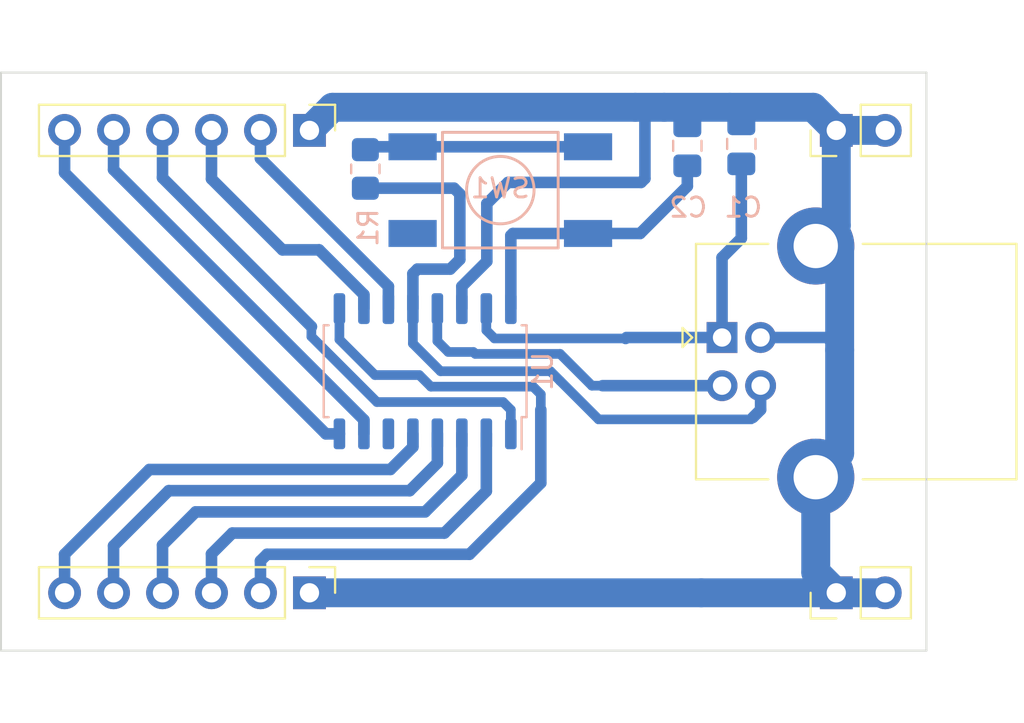
<source format=kicad_pcb>
(kicad_pcb (version 20211014) (generator pcbnew)
  (layers (0 "F.Cu" signal) (31 "B.Cu" signal) (34 "B.Paste" user) (35 "F.Paste" user) (36 "B.SilkS" user "B.Silkscreen") (37 "F.SilkS" user "F.Silkscreen") (38 "B.Mask" user) (39 "F.Mask" user) (44 "Edge.Cuts" user))
  (net 0 "")
  (net 1 "VCC")
  (net 2 "GND")
  (net 3 "V33")
  (net 4 "Net-(R1-Pad1)")
  (net 5 "P32")
  (net 6 "P14")
  (net 7 "P15")
  (net 8 "P16")
  (net 9 "P17")
  (net 10 "RST")
  (net 11 "P31")
  (net 12 "P30")
  (net 13 "P11")
  (net 14 "P33")
  (net 15 "P34")
  (net 16 "Net-(J3-Pad2)")
  (net 17 "Net-(J3-Pad3)")
  (footprint "Connector_PinHeader_2.54mm:PinHeader_1x02_P2.54mm_Vertical" (layer "F.Cu") (at 91.325 88 90)
    (fp_text reference "J5" hide)
    (fp_text value "Conn_01x02_Male" hide)
    (fp_line (start -1.33 3.87) (end 1.33 3.87) (layer "F.SilkS") (width 0.12))
    (fp_line (start -1.33 -1.33) (end 0 -1.33) (layer "F.SilkS") (width 0.12))
    (fp_line (start -1.33 1.27) (end -1.33 3.87) (layer "F.SilkS") (width 0.12))
    (fp_line (start 1.33 1.27) (end 1.33 3.87) (layer "F.SilkS") (width 0.12))
    (fp_line (start -1.33 0) (end -1.33 -1.33) (layer "F.SilkS") (width 0.12))
    (fp_line (start -1.33 1.27) (end 1.33 1.27) (layer "F.SilkS") (width 0.12))
    (pad "1" thru_hole rect locked (at 0 0 90) (size 1.7 1.7) (drill 1) (layers *.Cu *.Mask) (net 2 "GND"))
    (pad "2" thru_hole oval locked (at 0 2.54 90) (size 1.7 1.7) (drill 1) (layers *.Cu *.Mask) (net 2 "GND"))
  )
  (footprint "Connector_PinHeader_2.54mm:PinHeader_1x06_P2.54mm_Vertical" (layer "F.Cu") (at 64 64 -90)
    (fp_text reference "J1" hide)
    (fp_text value "Conn_01x06_Male")
    (fp_line (start -1.33 -1.33) (end 0 -1.33) (layer "F.SilkS") (width 0.12))
    (fp_line (start 1.33 1.27) (end 1.33 14.03) (layer "F.SilkS") (width 0.12))
    (fp_line (start -1.33 0) (end -1.33 -1.33) (layer "F.SilkS") (width 0.12))
    (fp_line (start -1.33 1.27) (end -1.33 14.03) (layer "F.SilkS") (width 0.12))
    (fp_line (start -1.33 14.03) (end 1.33 14.03) (layer "F.SilkS") (width 0.12))
    (fp_line (start -1.33 1.27) (end 1.33 1.27) (layer "F.SilkS") (width 0.12))
    (pad "1" thru_hole rect locked (at 0 0 270) (size 1.7 1.7) (drill 1) (layers *.Cu *.Mask) (net 2 "GND"))
    (pad "2" thru_hole oval locked (at 0 2.54 270) (size 1.7 1.7) (drill 1) (layers *.Cu *.Mask) (net 15 "P34"))
    (pad "3" thru_hole oval locked (at 0 5.08 270) (size 1.7 1.7) (drill 1) (layers *.Cu *.Mask) (net 14 "P33"))
    (pad "4" thru_hole oval locked (at 0 7.62 270) (size 1.7 1.7) (drill 1) (layers *.Cu *.Mask) (net 5 "P32"))
    (pad "5" thru_hole oval locked (at 0 10.16 270) (size 1.7 1.7) (drill 1) (layers *.Cu *.Mask) (net 11 "P31"))
    (pad "6" thru_hole oval locked (at 0 12.7 270) (size 1.7 1.7) (drill 1) (layers *.Cu *.Mask) (net 12 "P30"))
  )
  (footprint "Connector_PinHeader_2.54mm:PinHeader_1x06_P2.54mm_Vertical" (layer "F.Cu") (at 64 88 -90)
    (fp_text reference "J2" hide)
    (fp_text value "Conn_01x06_Male")
    (fp_line (start 1.33 1.27) (end 1.33 14.03) (layer "F.SilkS") (width 0.12))
    (fp_line (start -1.33 -1.33) (end 0 -1.33) (layer "F.SilkS") (width 0.12))
    (fp_line (start -1.33 14.03) (end 1.33 14.03) (layer "F.SilkS") (width 0.12))
    (fp_line (start -1.33 1.27) (end -1.33 14.03) (layer "F.SilkS") (width 0.12))
    (fp_line (start -1.33 1.27) (end 1.33 1.27) (layer "F.SilkS") (width 0.12))
    (fp_line (start -1.33 0) (end -1.33 -1.33) (layer "F.SilkS") (width 0.12))
    (pad "1" thru_hole rect locked (at 0 0 270) (size 1.7 1.7) (drill 1) (layers *.Cu *.Mask) (net 2 "GND"))
    (pad "2" thru_hole oval locked (at 0 2.54 270) (size 1.7 1.7) (drill 1) (layers *.Cu *.Mask) (net 13 "P11"))
    (pad "3" thru_hole oval locked (at 0 5.08 270) (size 1.7 1.7) (drill 1) (layers *.Cu *.Mask) (net 6 "P14"))
    (pad "4" thru_hole oval locked (at 0 7.62 270) (size 1.7 1.7) (drill 1) (layers *.Cu *.Mask) (net 7 "P15"))
    (pad "5" thru_hole oval locked (at 0 10.16 270) (size 1.7 1.7) (drill 1) (layers *.Cu *.Mask) (net 8 "P16"))
    (pad "6" thru_hole oval locked (at 0 12.7 270) (size 1.7 1.7) (drill 1) (layers *.Cu *.Mask) (net 9 "P17"))
  )
  (footprint "Connector_PinHeader_2.54mm:PinHeader_1x02_P2.54mm_Vertical" (layer "F.Cu") (at 91.325 64 90)
    (fp_text reference "J4" hide)
    (fp_text value "Conn_01x02_Male" hide)
    (fp_line (start -1.33 3.87) (end 1.33 3.87) (layer "F.SilkS") (width 0.12))
    (fp_line (start -1.33 0) (end -1.33 -1.33) (layer "F.SilkS") (width 0.12))
    (fp_line (start -1.33 1.27) (end -1.33 3.87) (layer "F.SilkS") (width 0.12))
    (fp_line (start -1.33 1.27) (end 1.33 1.27) (layer "F.SilkS") (width 0.12))
    (fp_line (start 1.33 1.27) (end 1.33 3.87) (layer "F.SilkS") (width 0.12))
    (fp_line (start -1.33 -1.33) (end 0 -1.33) (layer "F.SilkS") (width 0.12))
    (pad "1" thru_hole rect locked (at 0 0 90) (size 1.7 1.7) (drill 1) (layers *.Cu *.Mask) (net 2 "GND"))
    (pad "2" thru_hole oval locked (at 0 2.54 90) (size 1.7 1.7) (drill 1) (layers *.Cu *.Mask) (net 2 "GND"))
  )
  (footprint "Connector_USB:USB_B_Lumberg_2411_02_Horizontal" (layer "F.Cu") (at 85.4 74.75)
    (fp_text reference "J3" hide)
    (fp_text value "USB_B")
    (fp_line (start -1.35 -4.86) (end 2.4 -4.86) (layer "F.SilkS") (width 0.12))
    (fp_line (start -1.55 0) (end -2.05 -0.5) (layer "F.SilkS") (width 0.12))
    (fp_line (start 15.27 -4.86) (end 7.3 -4.86) (layer "F.SilkS") (width 0.12))
    (fp_line (start -1.35 7.36) (end -1.35 -4.86) (layer "F.SilkS") (width 0.12))
    (fp_line (start -1.35 7.36) (end 2.4 7.36) (layer "F.SilkS") (width 0.12))
    (fp_line (start 15.27 7.36) (end 15.27 -4.86) (layer "F.SilkS") (width 0.12))
    (fp_line (start -2.05 0.5) (end -1.55 0) (layer "F.SilkS") (width 0.12))
    (fp_line (start -2.05 -0.5) (end -2.05 0.5) (layer "F.SilkS") (width 0.12))
    (fp_line (start 15.27 7.36) (end 7.3 7.36) (layer "F.SilkS") (width 0.12))
    (pad "1" thru_hole rect locked (at 0 0 90) (size 1.6 1.6) (drill 0.95) (layers *.Cu *.Mask) (net 1 "VCC"))
    (pad "2" thru_hole circle locked (at 0 2.5 90) (size 1.6 1.6) (drill 0.95) (layers *.Cu *.Mask) (net 16 "Net-(J3-Pad2)"))
    (pad "3" thru_hole circle locked (at 2 2.5 90) (size 1.6 1.6) (drill 0.95) (layers *.Cu *.Mask) (net 17 "Net-(J3-Pad3)"))
    (pad "4" thru_hole circle locked (at 2 0 90) (size 1.6 1.6) (drill 0.95) (layers *.Cu *.Mask) (net 2 "GND"))
    (pad "5" thru_hole circle locked (at 4.86 7.25 90) (size 4 4) (drill 2.3) (layers *.Cu *.Mask) (net 2 "GND"))
    (pad "5" thru_hole circle locked (at 4.86 -4.75 90) (size 4 4) (drill 2.3) (layers *.Cu *.Mask) (net 2 "GND"))
  )
  (footprint "Capacitor_SMD:C_0805_2012Metric_Pad1.18x1.45mm_HandSolder" (layer "B.Cu") (at 86.4 64.7 90)
    (fp_text reference "C1" (at -3.3 0.1 180) (layer "B.SilkS") (effects (justify mirror)))
    (fp_text value "C")
    (fp_line (start -0.261252 -0.735) (end 0.261252 -0.735) (layer "B.SilkS") (width 0.12))
    (fp_line (start -0.261252 0.735) (end 0.261252 0.735) (layer "B.SilkS") (width 0.12))
    (pad "1" smd roundrect locked (at -1.0375 0 90) (size 1.175 1.45) (layers "B.Cu" "B.Paste" "B.Mask") (roundrect_rratio 0.212766) (net 1 "VCC"))
    (pad "2" smd roundrect locked (at 1.0375 0 90) (size 1.175 1.45) (layers "B.Cu" "B.Paste" "B.Mask") (roundrect_rratio 0.212766) (net 2 "GND"))
  )
  (footprint "Resistor_SMD:R_0805_2012Metric_Pad1.20x1.40mm_HandSolder" (layer "B.Cu") (at 66.9 66 -90)
    (fp_text reference "R1" (at 3.05 -0.15 90) (layer "B.SilkS") (effects (justify mirror)))
    (fp_text value "R")
    (fp_line (start -0.227064 0.735) (end 0.227064 0.735) (layer "B.SilkS") (width 0.12))
    (fp_line (start -0.227064 -0.735) (end 0.227064 -0.735) (layer "B.SilkS") (width 0.12))
    (pad "1" smd roundrect locked (at -1 0 270) (size 1.2 1.4) (layers "B.Cu" "B.Paste" "B.Mask") (roundrect_rratio 0.208333) (net 4 "Net-(R1-Pad1)"))
    (pad "2" smd roundrect locked (at 1 0 270) (size 1.2 1.4) (layers "B.Cu" "B.Paste" "B.Mask") (roundrect_rratio 0.208333) (net 17 "Net-(J3-Pad3)"))
  )
  (footprint "Package_SO:SOP-16_4.55x10.3mm_P1.27mm" (layer "B.Cu") (at 70 76.5 90)
    (fp_text reference "U1" (at 0 6.1 270) (layer "B.SilkS") (effects (justify mirror)))
    (fp_text value "CH552G")
    (fp_line (start 0 5.26) (end 2.385 5.26) (layer "B.SilkS") (width 0.12))
    (fp_line (start 2.385 -5.26) (end 2.385 -5.005) (layer "B.SilkS") (width 0.12))
    (fp_line (start -2.385 -5.26) (end -2.385 -5.005) (layer "B.SilkS") (width 0.12))
    (fp_line (start 0 5.26) (end -2.385 5.26) (layer "B.SilkS") (width 0.12))
    (fp_line (start 0 -5.26) (end -2.385 -5.26) (layer "B.SilkS") (width 0.12))
    (fp_line (start 0 -5.26) (end 2.385 -5.26) (layer "B.SilkS") (width 0.12))
    (fp_line (start -2.385 5.005) (end -4.05 5.005) (layer "B.SilkS") (width 0.12))
    (fp_line (start 2.385 5.26) (end 2.385 5.005) (layer "B.SilkS") (width 0.12))
    (fp_line (start -2.385 5.26) (end -2.385 5.005) (layer "B.SilkS") (width 0.12))
    (pad "1" smd roundrect locked (at -3.25 4.445 90) (size 1.6 0.6) (layers "B.Cu" "B.Paste" "B.Mask") (net 5 "P32"))
    (pad "2" smd roundrect locked (at -3.25 3.175 90) (size 1.6 0.6) (layers "B.Cu" "B.Paste" "B.Mask") (net 6 "P14"))
    (pad "3" smd roundrect locked (at -3.25 1.905 90) (size 1.6 0.6) (layers "B.Cu" "B.Paste" "B.Mask") (net 7 "P15"))
    (pad "4" smd roundrect locked (at -3.25 0.635 90) (size 1.6 0.6) (layers "B.Cu" "B.Paste" "B.Mask") (net 8 "P16"))
    (pad "5" smd roundrect locked (at -3.25 -0.635 90) (size 1.6 0.6) (layers "B.Cu" "B.Paste" "B.Mask") (net 9 "P17"))
    (pad "6" smd roundrect locked (at -3.25 -1.905 90) (size 1.6 0.6) (layers "B.Cu" "B.Paste" "B.Mask") (net 10 "RST"))
    (pad "7" smd roundrect locked (at -3.25 -3.175 90) (size 1.6 0.6) (layers "B.Cu" "B.Paste" "B.Mask") (net 11 "P31"))
    (pad "8" smd roundrect locked (at -3.25 -4.445 90) (size 1.6 0.6) (layers "B.Cu" "B.Paste" "B.Mask") (net 12 "P30"))
    (pad "9" smd roundrect locked (at 3.25 -4.445 90) (size 1.6 0.6) (layers "B.Cu" "B.Paste" "B.Mask") (net 13 "P11"))
    (pad "10" smd roundrect locked (at 3.25 -3.175 90) (size 1.6 0.6) (layers "B.Cu" "B.Paste" "B.Mask") (net 14 "P33"))
    (pad "11" smd roundrect locked (at 3.25 -1.905 90) (size 1.6 0.6) (layers "B.Cu" "B.Paste" "B.Mask") (net 15 "P34"))
    (pad "12" smd roundrect locked (at 3.25 -0.635 90) (size 1.6 0.6) (layers "B.Cu" "B.Paste" "B.Mask") (net 17 "Net-(J3-Pad3)"))
    (pad "13" smd roundrect locked (at 3.25 0.635 90) (size 1.6 0.6) (layers "B.Cu" "B.Paste" "B.Mask") (net 16 "Net-(J3-Pad2)"))
    (pad "14" smd roundrect locked (at 3.25 1.905 90) (size 1.6 0.6) (layers "B.Cu" "B.Paste" "B.Mask") (net 2 "GND"))
    (pad "15" smd roundrect locked (at 3.25 3.175 90) (size 1.6 0.6) (layers "B.Cu" "B.Paste" "B.Mask") (net 1 "VCC"))
    (pad "16" smd roundrect locked (at 3.25 4.445 90) (size 1.6 0.6) (layers "B.Cu" "B.Paste" "B.Mask") (net 3 "V33"))
  )
  (footprint "Capacitor_SMD:C_0805_2012Metric_Pad1.18x1.45mm_HandSolder" (layer "B.Cu") (at 83.6 64.8 90)
    (fp_text reference "C2" (at -3.2 0.05 180) (layer "B.SilkS") (effects (justify mirror)))
    (fp_text value "C")
    (fp_line (start -0.261252 0.735) (end 0.261252 0.735) (layer "B.SilkS") (width 0.12))
    (fp_line (start -0.261252 -0.735) (end 0.261252 -0.735) (layer "B.SilkS") (width 0.12))
    (pad "1" smd roundrect locked (at -1.0375 0 90) (size 1.175 1.45) (layers "B.Cu" "B.Paste" "B.Mask") (roundrect_rratio 0.212766) (net 3 "V33"))
    (pad "2" smd roundrect locked (at 1.0375 0 90) (size 1.175 1.45) (layers "B.Cu" "B.Paste" "B.Mask") (roundrect_rratio 0.212766) (net 2 "GND"))
  )
  (footprint "LED_NEW:SWT-6M" (layer "B.Cu") (at 73.9 67.1)
    (fp_text reference "SW1" (at 0 -0.1) (layer "B.SilkS") (effects (justify mirror)))
    (fp_text value "SW_Push" hide)
    (fp_line (start 3 3) (end 3 -3) (layer "B.SilkS") (width 0.15))
    (fp_line (start 3 -3) (end -3 -3) (layer "B.SilkS") (width 0.15))
    (fp_line (start -3 -3) (end -3 3) (layer "B.SilkS") (width 0.15))
    (fp_line (start -3 3) (end 0 3) (layer "B.SilkS") (width 0.15))
    (fp_line (start 0 3) (end 3 3) (layer "B.SilkS") (width 0.15))
    (fp_circle (center 0 0) (end 1.75 0) (layer "B.SilkS") (width 0.15) (fill none))
    (pad "1" smd rect locked (at 4.55 2.25) (size 2.5 1.4) (layers "B.Cu" "B.Paste" "B.Mask") (net 3 "V33"))
    (pad "1" smd rect locked (at -4.55 2.25) (size 2.5 1.4) (layers "B.Cu" "B.Paste" "B.Mask") (net 3 "V33"))
    (pad "2" smd rect locked (at -4.55 -2.25) (size 2.5 1.4) (layers "B.Cu" "B.Paste" "B.Mask") (net 4 "Net-(R1-Pad1)"))
    (pad "2" smd rect locked (at 4.55 -2.25) (size 2.5 1.4) (layers "B.Cu" "B.Paste" "B.Mask") (net 4 "Net-(R1-Pad1)"))
  )
  (gr_line (start 96 91) (end 48 91) (layer "Edge.Cuts") (width 0.1))
  (gr_line (start 48 61) (end 96 61) (layer "Edge.Cuts") (width 0.1))
  (gr_line (start 96 61) (end 96 91) (layer "Edge.Cuts") (width 0.1))
  (gr_line (start 48 91) (end 48 61) (layer "Edge.Cuts") (width 0.1))
  (segment (start 86.4 69.6) (end 86.4 65.7375) (width 0.6) (layer "B.Cu") (net 1))
  (segment (start 80.45 74.75) (end 80.4 74.8) (width 0.6) (layer "B.Cu") (net 1))
  (segment (start 85.4 70.6) (end 86.4 69.6) (width 0.6) (layer "B.Cu") (net 1))
  (segment (start 73.175 73.35) (end 73.175 74.375) (width 0.5) (layer "B.Cu") (net 1))
  (segment (start 73.175 74.375) (end 73.6 74.8) (width 0.5) (layer "B.Cu") (net 1))
  (segment (start 85.4 74.75) (end 80.45 74.75) (width 0.6) (layer "B.Cu") (net 1))
  (segment (start 85.4 74.75) (end 85.4 70.6) (width 0.6) (layer "B.Cu") (net 1))
  (segment (start 73.6 74.8) (end 80.4 74.8) (width 0.5) (layer "B.Cu") (net 1))
  (segment (start 85.8 62.8) (end 90.125 62.8) (width 1.5) (layer "B.Cu") (net 2))
  (segment (start 91.325 68.935) (end 90.26 70) (width 1.5) (layer "B.Cu") (net 2))
  (segment (start 91.5 75.4) (end 91.5 80.76) (width 1.5) (layer "B.Cu") (net 2))
  (segment (start 90.26 82) (end 90.26 86.935) (width 1.5) (layer "B.Cu") (net 2))
  (segment (start 91.325 64) (end 91.325 68.935) (width 1.5) (layer "B.Cu") (net 2))
  (segment (start 81.2 66.7) (end 81.4 66.5) (width 0.6) (layer "B.Cu") (net 2))
  (segment (start 81.4 66.5) (end 81.4 63.3) (width 0.6) (layer "B.Cu") (net 2))
  (segment (start 82.4 62.8) (end 85.8 62.8) (width 1.5) (layer "B.Cu") (net 2))
  (segment (start 73.2 67.8) (end 74.3 66.7) (width 0.6) (layer "B.Cu") (net 2))
  (segment (start 91.4 70) (end 91.5 70.1) (width 1.5) (layer "B.Cu") (net 2))
  (segment (start 73.2 70.8) (end 73.2 67.8) (width 0.6) (layer "B.Cu") (net 2))
  (segment (start 90.26 86.935) (end 91.325 88) (width 1.5) (layer "B.Cu") (net 2))
  (segment (start 91.325 64) (end 93.865 64) (width 1.5) (layer "B.Cu") (net 2))
  (segment (start 90.85 74.75) (end 91.5 75.4) (width 0.6) (layer "B.Cu") (net 2))
  (segment (start 65.2 62.8) (end 80.9 62.8) (width 1.5) (layer "B.Cu") (net 2))
  (segment (start 91.5 70.1) (end 91.5 75.4) (width 1.5) (layer "B.Cu") (net 2))
  (segment (start 90.26 70) (end 91.4 70) (width 1.5) (layer "B.Cu") (net 2))
  (segment (start 81.4 63.3) (end 80.9 62.8) (width 0.6) (layer "B.Cu") (net 2))
  (segment (start 71.905 72.095) (end 73.2 70.8) (width 0.6) (layer "B.Cu") (net 2))
  (segment (start 84.325 88) (end 64 88) (width 1.5) (layer "B.Cu") (net 2))
  (segment (start 87.4 74.75) (end 90.85 74.75) (width 0.6) (layer "B.Cu") (net 2))
  (segment (start 74.3 66.7) (end 81.2 66.7) (width 0.6) (layer "B.Cu") (net 2))
  (segment (start 80.9 62.8) (end 82.4 62.8) (width 1.5) (layer "B.Cu") (net 2))
  (segment (start 86.4 63.6625) (end 86.4 63.4) (width 0.6) (layer "B.Cu") (net 2))
  (segment (start 93.865 88) (end 91.325 88) (width 1.5) (layer "B.Cu") (net 2))
  (segment (start 64 64) (end 65.2 62.8) (width 1.5) (layer "B.Cu") (net 2))
  (segment (start 86.4 63.4) (end 85.8 62.8) (width 0.6) (layer "B.Cu") (net 2))
  (segment (start 90.125 62.8) (end 91.325 64) (width 1.5) (layer "B.Cu") (net 2))
  (segment (start 71.905 73.25) (end 71.905 72.095) (width 0.6) (layer "B.Cu") (net 2))
  (segment (start 91.5 80.76) (end 90.26 82) (width 1.5) (layer "B.Cu") (net 2))
  (segment (start 91.325 88) (end 84.325 88) (width 1.5) (layer "B.Cu") (net 2))
  (segment (start 74.445 69.455) (end 74.55 69.35) (width 0.6) (layer "B.Cu") (net 3))
  (segment (start 74.445 73.25) (end 74.445 69.455) (width 0.6) (layer "B.Cu") (net 3))
  (segment (start 81.15 69.35) (end 78.45 69.35) (width 0.6) (layer "B.Cu") (net 3))
  (segment (start 74.55 69.35) (end 78.45 69.35) (width 0.6) (layer "B.Cu") (net 3))
  (segment (start 83.6 66.9) (end 81.15 69.35) (width 0.6) (layer "B.Cu") (net 3))
  (segment (start 83.6 65.8375) (end 83.6 66.9) (width 0.6) (layer "B.Cu") (net 3))
  (segment (start 69.35 64.85) (end 67.05 64.85) (width 0.6) (layer "B.Cu") (net 4))
  (segment (start 67.05 64.85) (end 66.9 65) (width 0.6) (layer "B.Cu") (net 4))
  (segment (start 78.45 64.85) (end 69.35 64.85) (width 0.6) (layer "B.Cu") (net 4))
  (segment (start 74.445 78.5) (end 74.045 78.1) (width 0.5) (layer "B.Cu") (net 5))
  (segment (start 56.38 66.420032) (end 56.38 66.38) (width 0.5) (layer "B.Cu") (net 5))
  (segment (start 56.38 66.38) (end 56.38 64) (width 0.6) (layer "B.Cu") (net 5))
  (segment (start 64.1 74.184654) (end 64.1 74.2) (width 0.6) (layer "B.Cu") (net 5))
  (segment (start 64.1 74.7) (end 64.1 74.2) (width 0.5) (layer "B.Cu") (net 5))
  (segment (start 56.38 66.464654) (end 64.1 74.184654) (width 0.6) (layer "B.Cu") (net 5))
  (segment (start 74.445 79.75) (end 74.445 78.5) (width 0.5) (layer "B.Cu") (net 5))
  (segment (start 67.5 78.1) (end 64.1 74.7) (width 0.5) (layer "B.Cu") (net 5))
  (segment (start 56.38 66.420032) (end 56.38 66.464654) (width 0.6) (layer "B.Cu") (net 5))
  (segment (start 74.045 78.1) (end 67.5 78.1) (width 0.5) (layer "B.Cu") (net 5))
  (segment (start 73.175 79.75) (end 73.175 82.725) (width 0.6) (layer "B.Cu") (net 6))
  (segment (start 60 84.9) (end 58.92 85.98) (width 0.6) (layer "B.Cu") (net 6))
  (segment (start 73.175 82.725) (end 71 84.9) (width 0.6) (layer "B.Cu") (net 6))
  (segment (start 58.92 85.98) (end 58.92 88) (width 0.6) (layer "B.Cu") (net 6))
  (segment (start 71 84.9) (end 60 84.9) (width 0.6) (layer "B.Cu") (net 6))
  (segment (start 56.38 85.52) (end 56.38 88) (width 0.6) (layer "B.Cu") (net 7))
  (segment (start 71.905 79.75) (end 71.905 81.895) (width 0.6) (layer "B.Cu") (net 7))
  (segment (start 70 83.8) (end 58.1 83.8) (width 0.6) (layer "B.Cu") (net 7))
  (segment (start 71.905 81.895) (end 70 83.8) (width 0.6) (layer "B.Cu") (net 7))
  (segment (start 58.1 83.8) (end 56.38 85.52) (width 0.6) (layer "B.Cu") (net 7))
  (segment (start 69.2 82.7) (end 56.7 82.7) (width 0.6) (layer "B.Cu") (net 8))
  (segment (start 56.7 82.7) (end 53.84 85.56) (width 0.6) (layer "B.Cu") (net 8))
  (segment (start 53.84 85.56) (end 53.84 88) (width 0.6) (layer "B.Cu") (net 8))
  (segment (start 70.635 81.265) (end 69.2 82.7) (width 0.6) (layer "B.Cu") (net 8))
  (segment (start 70.635 79.75) (end 70.635 81.265) (width 0.6) (layer "B.Cu") (net 8))
  (segment (start 69.365 80.435) (end 68.2 81.6) (width 0.6) (layer "B.Cu") (net 9))
  (segment (start 51.3 86) (end 51.3 88) (width 0.6) (layer "B.Cu") (net 9))
  (segment (start 69.365 79.75) (end 69.365 80.435) (width 0.6) (layer "B.Cu") (net 9))
  (segment (start 68.2 81.6) (end 55.7 81.6) (width 0.6) (layer "B.Cu") (net 9))
  (segment (start 55.7 81.6) (end 51.3 86) (width 0.6) (layer "B.Cu") (net 9))
  (segment (start 53.84 66.04) (end 66.825 79.025) (width 0.6) (layer "B.Cu") (net 11))
  (segment (start 53.84 64) (end 53.84 66.04) (width 0.6) (layer "B.Cu") (net 11))
  (segment (start 66.825 79.025) (end 66.825 79.75) (width 0.6) (layer "B.Cu") (net 11))
  (segment (start 65.555 79.75) (end 64.85 79.75) (width 0.6) (layer "B.Cu") (net 12))
  (segment (start 64.85 79.75) (end 51.3 66.2) (width 0.6) (layer "B.Cu") (net 12))
  (segment (start 51.3 66.2) (end 51.3 64) (width 0.6) (layer "B.Cu") (net 12))
  (segment (start 70.3 77.3) (end 75.6 77.3) (width 0.5) (layer "B.Cu") (net 13))
  (segment (start 61.46 86.34) (end 61.8 86) (width 0.6) (layer "B.Cu") (net 13))
  (segment (start 75.6 77.3) (end 76 77.7) (width 0.5) (layer "B.Cu") (net 13))
  (segment (start 76 77.7) (end 76 78.5) (width 0.5) (layer "B.Cu") (net 13))
  (segment (start 69.699511 76.699511) (end 70.3 77.3) (width 0.5) (layer "B.Cu") (net 13))
  (segment (start 65.555 74.855) (end 67.399511 76.699511) (width 0.5) (layer "B.Cu") (net 13))
  (segment (start 61.46 88) (end 61.46 86.34) (width 0.6) (layer "B.Cu") (net 13))
  (segment (start 72.3 86) (end 76 82.3) (width 0.6) (layer "B.Cu") (net 13))
  (segment (start 76 82.3) (end 76 78.5) (width 0.6) (layer "B.Cu") (net 13))
  (segment (start 65.555 73.25) (end 65.555 74.855) (width 0.5) (layer "B.Cu") (net 13))
  (segment (start 67.399511 76.699511) (end 69.699511 76.699511) (width 0.5) (layer "B.Cu") (net 13))
  (segment (start 61.8 86) (end 72.3 86) (width 0.6) (layer "B.Cu") (net 13))
  (segment (start 64.5 70.2) (end 62.6 70.2) (width 0.6) (layer "B.Cu") (net 14))
  (segment (start 58.92 66.52) (end 58.92 64) (width 0.6) (layer "B.Cu") (net 14))
  (segment (start 62.6 70.2) (end 58.92 66.52) (width 0.6) (layer "B.Cu") (net 14))
  (segment (start 66.825 72.525) (end 64.5 70.2) (width 0.6) (layer "B.Cu") (net 14))
  (segment (start 66.825 73.25) (end 66.825 72.525) (width 0.6) (layer "B.Cu") (net 14))
  (segment (start 61.46 65.46) (end 61.46 64) (width 0.6) (layer "B.Cu") (net 15))
  (segment (start 68.095 73.25) (end 68.095 72.095) (width 0.6) (layer "B.Cu") (net 15))
  (segment (start 68.095 72.095) (end 61.46 65.46) (width 0.6) (layer "B.Cu") (net 15))
  (segment (start 70.635 73.25) (end 70.635 74.935) (width 0.5) (layer "B.Cu") (net 16))
  (segment (start 77 75.6) (end 78.65 77.25) (width 0.5) (layer "B.Cu") (net 16))
  (segment (start 72.5 75.5) (end 72.6 75.6) (width 0.5) (layer "B.Cu") (net 16))
  (segment (start 71.2 75.5) (end 72.5 75.5) (width 0.5) (layer "B.Cu") (net 16))
  (segment (start 70.635 74.935) (end 71.2 75.5) (width 0.5) (layer "B.Cu") (net 16))
  (segment (start 72.6 75.6) (end 77 75.6) (width 0.5) (layer "B.Cu") (net 16))
  (segment (start 85.4 77.25) (end 79.2 77.25) (width 0.6) (layer "B.Cu") (net 16))
  (segment (start 78.65 77.25) (end 79.2 77.25) (width 0.5) (layer "B.Cu") (net 16))
  (segment (start 71.3 71.2) (end 69.6 71.2) (width 0.6) (layer "B.Cu") (net 17))
  (segment (start 86.9 79) (end 79 79) (width 0.5) (layer "B.Cu") (net 17))
  (segment (start 87.4 78.5) (end 87 78.9) (width 0.6) (layer "B.Cu") (net 17))
  (segment (start 69.6 71.2) (end 69.365 71.435) (width 0.6) (layer "B.Cu") (net 17))
  (segment (start 76.5 76.5) (end 77 77) (width 0.5) (layer "B.Cu") (net 17))
  (segment (start 69.365 73.35) (end 69.365 75.065) (width 0.5) (layer "B.Cu") (net 17))
  (segment (start 71.8 70.7) (end 71.3 71.2) (width 0.6) (layer "B.Cu") (net 17))
  (segment (start 71.8 67.3) (end 71.8 70.7) (width 0.6) (layer "B.Cu") (net 17))
  (segment (start 69.365 75.065) (end 70.8 76.5) (width 0.5) (layer "B.Cu") (net 17))
  (segment (start 69.365 71.435) (end 69.365 73.25) (width 0.6) (layer "B.Cu") (net 17))
  (segment (start 87.4 77.25) (end 87.4 78.5) (width 0.6) (layer "B.Cu") (net 17))
  (segment (start 70.8 76.5) (end 76.5 76.5) (width 0.5) (layer "B.Cu") (net 17))
  (segment (start 87 78.9) (end 86.9 79) (width 0.5) (layer "B.Cu") (net 17))
  (segment (start 79 79) (end 77 77) (width 0.5) (layer "B.Cu") (net 17))
  (segment (start 66.9 67) (end 71.5 67) (width 0.6) (layer "B.Cu") (net 17))
  (segment (start 71.5 67) (end 71.8 67.3) (width 0.6) (layer "B.Cu") (net 17))
)
</source>
